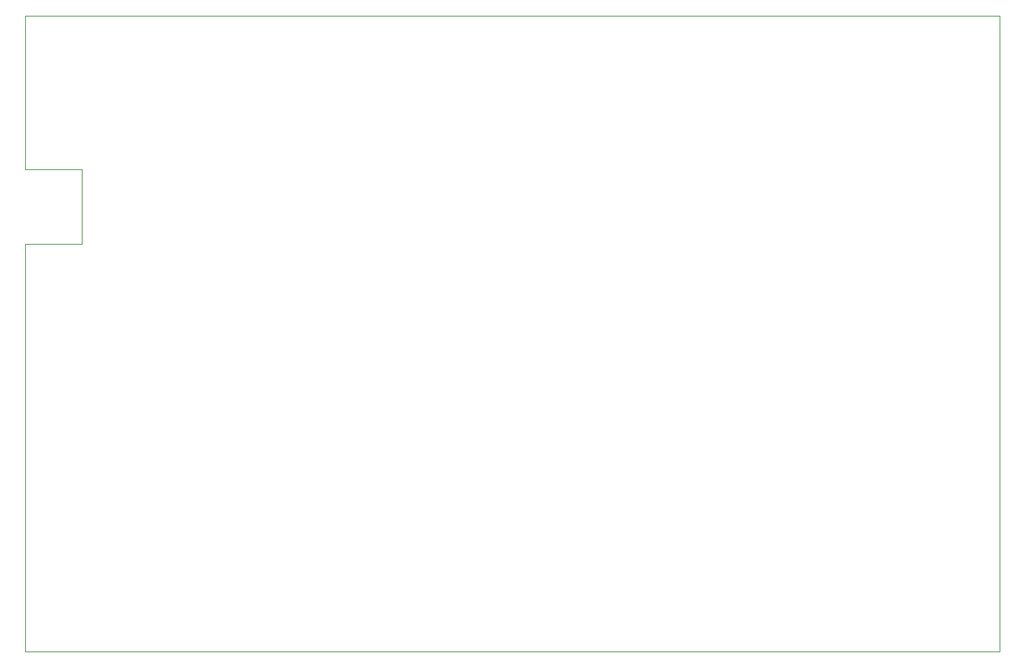
<source format=gbr>
%TF.GenerationSoftware,KiCad,Pcbnew,(7.0.0)*%
%TF.CreationDate,2023-03-06T22:48:15+01:00*%
%TF.ProjectId,RF_module,52465f6d-6f64-4756-9c65-2e6b69636164,1.1*%
%TF.SameCoordinates,Original*%
%TF.FileFunction,Profile,NP*%
%FSLAX46Y46*%
G04 Gerber Fmt 4.6, Leading zero omitted, Abs format (unit mm)*
G04 Created by KiCad (PCBNEW (7.0.0)) date 2023-03-06 22:48:15*
%MOMM*%
%LPD*%
G01*
G04 APERTURE LIST*
%TA.AperFunction,Profile*%
%ADD10C,0.100000*%
%TD*%
G04 APERTURE END LIST*
D10*
X149153554Y-100600000D02*
X34153554Y-100600000D01*
X34153554Y-52500000D01*
X40903554Y-52500000D01*
X40903554Y-43650000D01*
X34153554Y-43650000D01*
X34153554Y-25600000D01*
X149153554Y-25600000D01*
X149153554Y-100600000D01*
M02*

</source>
